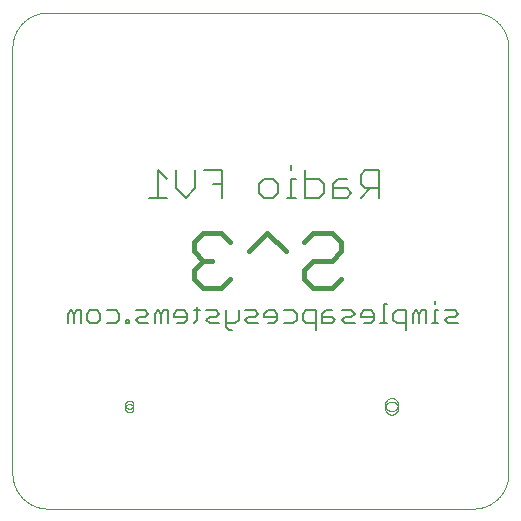
<source format=gbo>
G75*
%MOIN*%
%OFA0B0*%
%FSLAX25Y25*%
%IPPOS*%
%LPD*%
%AMOC8*
5,1,8,0,0,1.08239X$1,22.5*
%
%ADD10C,0.00000*%
%ADD11C,0.00600*%
%ADD12C,0.00800*%
%ADD13C,0.01600*%
D10*
X0013311Y0018636D02*
X0155043Y0018636D01*
X0155328Y0018639D01*
X0155614Y0018650D01*
X0155899Y0018667D01*
X0156183Y0018691D01*
X0156467Y0018722D01*
X0156750Y0018760D01*
X0157031Y0018805D01*
X0157312Y0018856D01*
X0157592Y0018914D01*
X0157870Y0018979D01*
X0158146Y0019051D01*
X0158420Y0019129D01*
X0158693Y0019214D01*
X0158963Y0019306D01*
X0159231Y0019404D01*
X0159497Y0019508D01*
X0159760Y0019619D01*
X0160020Y0019736D01*
X0160278Y0019859D01*
X0160532Y0019989D01*
X0160783Y0020125D01*
X0161031Y0020266D01*
X0161275Y0020414D01*
X0161516Y0020567D01*
X0161752Y0020727D01*
X0161985Y0020892D01*
X0162214Y0021062D01*
X0162439Y0021238D01*
X0162659Y0021420D01*
X0162875Y0021606D01*
X0163086Y0021798D01*
X0163293Y0021995D01*
X0163495Y0022197D01*
X0163692Y0022404D01*
X0163884Y0022615D01*
X0164070Y0022831D01*
X0164252Y0023051D01*
X0164428Y0023276D01*
X0164598Y0023505D01*
X0164763Y0023738D01*
X0164923Y0023974D01*
X0165076Y0024215D01*
X0165224Y0024459D01*
X0165365Y0024707D01*
X0165501Y0024958D01*
X0165631Y0025212D01*
X0165754Y0025470D01*
X0165871Y0025730D01*
X0165982Y0025993D01*
X0166086Y0026259D01*
X0166184Y0026527D01*
X0166276Y0026797D01*
X0166361Y0027070D01*
X0166439Y0027344D01*
X0166511Y0027620D01*
X0166576Y0027898D01*
X0166634Y0028178D01*
X0166685Y0028459D01*
X0166730Y0028740D01*
X0166768Y0029023D01*
X0166799Y0029307D01*
X0166823Y0029591D01*
X0166840Y0029876D01*
X0166851Y0030162D01*
X0166854Y0030447D01*
X0166854Y0172179D01*
X0166851Y0172464D01*
X0166840Y0172750D01*
X0166823Y0173035D01*
X0166799Y0173319D01*
X0166768Y0173603D01*
X0166730Y0173886D01*
X0166685Y0174167D01*
X0166634Y0174448D01*
X0166576Y0174728D01*
X0166511Y0175006D01*
X0166439Y0175282D01*
X0166361Y0175556D01*
X0166276Y0175829D01*
X0166184Y0176099D01*
X0166086Y0176367D01*
X0165982Y0176633D01*
X0165871Y0176896D01*
X0165754Y0177156D01*
X0165631Y0177414D01*
X0165501Y0177668D01*
X0165365Y0177919D01*
X0165224Y0178167D01*
X0165076Y0178411D01*
X0164923Y0178652D01*
X0164763Y0178888D01*
X0164598Y0179121D01*
X0164428Y0179350D01*
X0164252Y0179575D01*
X0164070Y0179795D01*
X0163884Y0180011D01*
X0163692Y0180222D01*
X0163495Y0180429D01*
X0163293Y0180631D01*
X0163086Y0180828D01*
X0162875Y0181020D01*
X0162659Y0181206D01*
X0162439Y0181388D01*
X0162214Y0181564D01*
X0161985Y0181734D01*
X0161752Y0181899D01*
X0161516Y0182059D01*
X0161275Y0182212D01*
X0161031Y0182360D01*
X0160783Y0182501D01*
X0160532Y0182637D01*
X0160278Y0182767D01*
X0160020Y0182890D01*
X0159760Y0183007D01*
X0159497Y0183118D01*
X0159231Y0183222D01*
X0158963Y0183320D01*
X0158693Y0183412D01*
X0158420Y0183497D01*
X0158146Y0183575D01*
X0157870Y0183647D01*
X0157592Y0183712D01*
X0157312Y0183770D01*
X0157031Y0183821D01*
X0156750Y0183866D01*
X0156467Y0183904D01*
X0156183Y0183935D01*
X0155899Y0183959D01*
X0155614Y0183976D01*
X0155328Y0183987D01*
X0155043Y0183990D01*
X0013311Y0183990D01*
X0013026Y0183987D01*
X0012740Y0183976D01*
X0012455Y0183959D01*
X0012171Y0183935D01*
X0011887Y0183904D01*
X0011604Y0183866D01*
X0011323Y0183821D01*
X0011042Y0183770D01*
X0010762Y0183712D01*
X0010484Y0183647D01*
X0010208Y0183575D01*
X0009934Y0183497D01*
X0009661Y0183412D01*
X0009391Y0183320D01*
X0009123Y0183222D01*
X0008857Y0183118D01*
X0008594Y0183007D01*
X0008334Y0182890D01*
X0008076Y0182767D01*
X0007822Y0182637D01*
X0007571Y0182501D01*
X0007323Y0182360D01*
X0007079Y0182212D01*
X0006838Y0182059D01*
X0006602Y0181899D01*
X0006369Y0181734D01*
X0006140Y0181564D01*
X0005915Y0181388D01*
X0005695Y0181206D01*
X0005479Y0181020D01*
X0005268Y0180828D01*
X0005061Y0180631D01*
X0004859Y0180429D01*
X0004662Y0180222D01*
X0004470Y0180011D01*
X0004284Y0179795D01*
X0004102Y0179575D01*
X0003926Y0179350D01*
X0003756Y0179121D01*
X0003591Y0178888D01*
X0003431Y0178652D01*
X0003278Y0178411D01*
X0003130Y0178167D01*
X0002989Y0177919D01*
X0002853Y0177668D01*
X0002723Y0177414D01*
X0002600Y0177156D01*
X0002483Y0176896D01*
X0002372Y0176633D01*
X0002268Y0176367D01*
X0002170Y0176099D01*
X0002078Y0175829D01*
X0001993Y0175556D01*
X0001915Y0175282D01*
X0001843Y0175006D01*
X0001778Y0174728D01*
X0001720Y0174448D01*
X0001669Y0174167D01*
X0001624Y0173886D01*
X0001586Y0173603D01*
X0001555Y0173319D01*
X0001531Y0173035D01*
X0001514Y0172750D01*
X0001503Y0172464D01*
X0001500Y0172179D01*
X0001500Y0030447D01*
X0001503Y0030162D01*
X0001514Y0029876D01*
X0001531Y0029591D01*
X0001555Y0029307D01*
X0001586Y0029023D01*
X0001624Y0028740D01*
X0001669Y0028459D01*
X0001720Y0028178D01*
X0001778Y0027898D01*
X0001843Y0027620D01*
X0001915Y0027344D01*
X0001993Y0027070D01*
X0002078Y0026797D01*
X0002170Y0026527D01*
X0002268Y0026259D01*
X0002372Y0025993D01*
X0002483Y0025730D01*
X0002600Y0025470D01*
X0002723Y0025212D01*
X0002853Y0024958D01*
X0002989Y0024707D01*
X0003130Y0024459D01*
X0003278Y0024215D01*
X0003431Y0023974D01*
X0003591Y0023738D01*
X0003756Y0023505D01*
X0003926Y0023276D01*
X0004102Y0023051D01*
X0004284Y0022831D01*
X0004470Y0022615D01*
X0004662Y0022404D01*
X0004859Y0022197D01*
X0005061Y0021995D01*
X0005268Y0021798D01*
X0005479Y0021606D01*
X0005695Y0021420D01*
X0005915Y0021238D01*
X0006140Y0021062D01*
X0006369Y0020892D01*
X0006602Y0020727D01*
X0006838Y0020567D01*
X0007079Y0020414D01*
X0007323Y0020266D01*
X0007571Y0020125D01*
X0007822Y0019989D01*
X0008076Y0019859D01*
X0008334Y0019736D01*
X0008594Y0019619D01*
X0008857Y0019508D01*
X0009123Y0019404D01*
X0009391Y0019306D01*
X0009661Y0019214D01*
X0009934Y0019129D01*
X0010208Y0019051D01*
X0010484Y0018979D01*
X0010762Y0018914D01*
X0011042Y0018856D01*
X0011323Y0018805D01*
X0011604Y0018760D01*
X0011887Y0018722D01*
X0012171Y0018691D01*
X0012455Y0018667D01*
X0012740Y0018650D01*
X0013026Y0018639D01*
X0013311Y0018636D01*
X0039098Y0052100D02*
X0039100Y0052174D01*
X0039106Y0052248D01*
X0039116Y0052321D01*
X0039130Y0052394D01*
X0039147Y0052466D01*
X0039169Y0052536D01*
X0039194Y0052606D01*
X0039223Y0052674D01*
X0039256Y0052740D01*
X0039292Y0052805D01*
X0039332Y0052867D01*
X0039374Y0052928D01*
X0039420Y0052986D01*
X0039469Y0053041D01*
X0039521Y0053094D01*
X0039576Y0053144D01*
X0039633Y0053190D01*
X0039693Y0053234D01*
X0039755Y0053274D01*
X0039819Y0053311D01*
X0039885Y0053345D01*
X0039953Y0053375D01*
X0040022Y0053401D01*
X0040093Y0053424D01*
X0040164Y0053442D01*
X0040237Y0053457D01*
X0040310Y0053468D01*
X0040384Y0053475D01*
X0040458Y0053478D01*
X0040531Y0053477D01*
X0040605Y0053472D01*
X0040679Y0053463D01*
X0040752Y0053450D01*
X0040824Y0053433D01*
X0040895Y0053413D01*
X0040965Y0053388D01*
X0041033Y0053360D01*
X0041100Y0053329D01*
X0041165Y0053293D01*
X0041228Y0053255D01*
X0041289Y0053213D01*
X0041348Y0053167D01*
X0041404Y0053119D01*
X0041457Y0053068D01*
X0041507Y0053014D01*
X0041555Y0052957D01*
X0041599Y0052898D01*
X0041641Y0052836D01*
X0041679Y0052773D01*
X0041713Y0052707D01*
X0041744Y0052640D01*
X0041771Y0052571D01*
X0041794Y0052501D01*
X0041814Y0052430D01*
X0041830Y0052357D01*
X0041842Y0052284D01*
X0041850Y0052211D01*
X0041854Y0052137D01*
X0041854Y0052063D01*
X0041850Y0051989D01*
X0041842Y0051916D01*
X0041830Y0051843D01*
X0041814Y0051770D01*
X0041794Y0051699D01*
X0041771Y0051629D01*
X0041744Y0051560D01*
X0041713Y0051493D01*
X0041679Y0051427D01*
X0041641Y0051364D01*
X0041599Y0051302D01*
X0041555Y0051243D01*
X0041507Y0051186D01*
X0041457Y0051132D01*
X0041404Y0051081D01*
X0041348Y0051033D01*
X0041289Y0050987D01*
X0041228Y0050945D01*
X0041165Y0050907D01*
X0041100Y0050871D01*
X0041033Y0050840D01*
X0040965Y0050812D01*
X0040895Y0050787D01*
X0040824Y0050767D01*
X0040752Y0050750D01*
X0040679Y0050737D01*
X0040605Y0050728D01*
X0040531Y0050723D01*
X0040458Y0050722D01*
X0040384Y0050725D01*
X0040310Y0050732D01*
X0040237Y0050743D01*
X0040164Y0050758D01*
X0040093Y0050776D01*
X0040022Y0050799D01*
X0039953Y0050825D01*
X0039885Y0050855D01*
X0039819Y0050889D01*
X0039755Y0050926D01*
X0039693Y0050966D01*
X0039633Y0051010D01*
X0039576Y0051056D01*
X0039521Y0051106D01*
X0039469Y0051159D01*
X0039420Y0051214D01*
X0039374Y0051272D01*
X0039332Y0051333D01*
X0039292Y0051395D01*
X0039256Y0051460D01*
X0039223Y0051526D01*
X0039194Y0051594D01*
X0039169Y0051664D01*
X0039147Y0051734D01*
X0039130Y0051806D01*
X0039116Y0051879D01*
X0039106Y0051952D01*
X0039100Y0052026D01*
X0039098Y0052100D01*
X0039098Y0053281D02*
X0039100Y0053355D01*
X0039106Y0053429D01*
X0039116Y0053502D01*
X0039130Y0053575D01*
X0039147Y0053647D01*
X0039169Y0053717D01*
X0039194Y0053787D01*
X0039223Y0053855D01*
X0039256Y0053921D01*
X0039292Y0053986D01*
X0039332Y0054048D01*
X0039374Y0054109D01*
X0039420Y0054167D01*
X0039469Y0054222D01*
X0039521Y0054275D01*
X0039576Y0054325D01*
X0039633Y0054371D01*
X0039693Y0054415D01*
X0039755Y0054455D01*
X0039819Y0054492D01*
X0039885Y0054526D01*
X0039953Y0054556D01*
X0040022Y0054582D01*
X0040093Y0054605D01*
X0040164Y0054623D01*
X0040237Y0054638D01*
X0040310Y0054649D01*
X0040384Y0054656D01*
X0040458Y0054659D01*
X0040531Y0054658D01*
X0040605Y0054653D01*
X0040679Y0054644D01*
X0040752Y0054631D01*
X0040824Y0054614D01*
X0040895Y0054594D01*
X0040965Y0054569D01*
X0041033Y0054541D01*
X0041100Y0054510D01*
X0041165Y0054474D01*
X0041228Y0054436D01*
X0041289Y0054394D01*
X0041348Y0054348D01*
X0041404Y0054300D01*
X0041457Y0054249D01*
X0041507Y0054195D01*
X0041555Y0054138D01*
X0041599Y0054079D01*
X0041641Y0054017D01*
X0041679Y0053954D01*
X0041713Y0053888D01*
X0041744Y0053821D01*
X0041771Y0053752D01*
X0041794Y0053682D01*
X0041814Y0053611D01*
X0041830Y0053538D01*
X0041842Y0053465D01*
X0041850Y0053392D01*
X0041854Y0053318D01*
X0041854Y0053244D01*
X0041850Y0053170D01*
X0041842Y0053097D01*
X0041830Y0053024D01*
X0041814Y0052951D01*
X0041794Y0052880D01*
X0041771Y0052810D01*
X0041744Y0052741D01*
X0041713Y0052674D01*
X0041679Y0052608D01*
X0041641Y0052545D01*
X0041599Y0052483D01*
X0041555Y0052424D01*
X0041507Y0052367D01*
X0041457Y0052313D01*
X0041404Y0052262D01*
X0041348Y0052214D01*
X0041289Y0052168D01*
X0041228Y0052126D01*
X0041165Y0052088D01*
X0041100Y0052052D01*
X0041033Y0052021D01*
X0040965Y0051993D01*
X0040895Y0051968D01*
X0040824Y0051948D01*
X0040752Y0051931D01*
X0040679Y0051918D01*
X0040605Y0051909D01*
X0040531Y0051904D01*
X0040458Y0051903D01*
X0040384Y0051906D01*
X0040310Y0051913D01*
X0040237Y0051924D01*
X0040164Y0051939D01*
X0040093Y0051957D01*
X0040022Y0051980D01*
X0039953Y0052006D01*
X0039885Y0052036D01*
X0039819Y0052070D01*
X0039755Y0052107D01*
X0039693Y0052147D01*
X0039633Y0052191D01*
X0039576Y0052237D01*
X0039521Y0052287D01*
X0039469Y0052340D01*
X0039420Y0052395D01*
X0039374Y0052453D01*
X0039332Y0052514D01*
X0039292Y0052576D01*
X0039256Y0052641D01*
X0039223Y0052707D01*
X0039194Y0052775D01*
X0039169Y0052845D01*
X0039147Y0052915D01*
X0039130Y0052987D01*
X0039116Y0053060D01*
X0039106Y0053133D01*
X0039100Y0053207D01*
X0039098Y0053281D01*
X0125713Y0053281D02*
X0125715Y0053374D01*
X0125721Y0053466D01*
X0125731Y0053558D01*
X0125745Y0053649D01*
X0125762Y0053740D01*
X0125784Y0053830D01*
X0125809Y0053919D01*
X0125838Y0054007D01*
X0125871Y0054093D01*
X0125908Y0054178D01*
X0125948Y0054262D01*
X0125992Y0054343D01*
X0126039Y0054423D01*
X0126089Y0054501D01*
X0126143Y0054576D01*
X0126200Y0054649D01*
X0126260Y0054719D01*
X0126323Y0054787D01*
X0126389Y0054852D01*
X0126457Y0054914D01*
X0126528Y0054974D01*
X0126602Y0055030D01*
X0126678Y0055083D01*
X0126756Y0055132D01*
X0126836Y0055179D01*
X0126918Y0055221D01*
X0127002Y0055261D01*
X0127087Y0055296D01*
X0127174Y0055328D01*
X0127262Y0055357D01*
X0127351Y0055381D01*
X0127441Y0055402D01*
X0127532Y0055418D01*
X0127624Y0055431D01*
X0127716Y0055440D01*
X0127809Y0055445D01*
X0127901Y0055446D01*
X0127994Y0055443D01*
X0128086Y0055436D01*
X0128178Y0055425D01*
X0128269Y0055410D01*
X0128360Y0055392D01*
X0128450Y0055369D01*
X0128538Y0055343D01*
X0128626Y0055313D01*
X0128712Y0055279D01*
X0128796Y0055242D01*
X0128879Y0055200D01*
X0128960Y0055156D01*
X0129040Y0055108D01*
X0129117Y0055057D01*
X0129191Y0055002D01*
X0129264Y0054944D01*
X0129334Y0054884D01*
X0129401Y0054820D01*
X0129465Y0054754D01*
X0129527Y0054684D01*
X0129585Y0054613D01*
X0129640Y0054539D01*
X0129692Y0054462D01*
X0129741Y0054383D01*
X0129787Y0054303D01*
X0129829Y0054220D01*
X0129867Y0054136D01*
X0129902Y0054050D01*
X0129933Y0053963D01*
X0129960Y0053875D01*
X0129983Y0053785D01*
X0130003Y0053695D01*
X0130019Y0053604D01*
X0130031Y0053512D01*
X0130039Y0053420D01*
X0130043Y0053327D01*
X0130043Y0053235D01*
X0130039Y0053142D01*
X0130031Y0053050D01*
X0130019Y0052958D01*
X0130003Y0052867D01*
X0129983Y0052777D01*
X0129960Y0052687D01*
X0129933Y0052599D01*
X0129902Y0052512D01*
X0129867Y0052426D01*
X0129829Y0052342D01*
X0129787Y0052259D01*
X0129741Y0052179D01*
X0129692Y0052100D01*
X0129640Y0052023D01*
X0129585Y0051949D01*
X0129527Y0051878D01*
X0129465Y0051808D01*
X0129401Y0051742D01*
X0129334Y0051678D01*
X0129264Y0051618D01*
X0129191Y0051560D01*
X0129117Y0051505D01*
X0129040Y0051454D01*
X0128961Y0051406D01*
X0128879Y0051362D01*
X0128796Y0051320D01*
X0128712Y0051283D01*
X0128626Y0051249D01*
X0128538Y0051219D01*
X0128450Y0051193D01*
X0128360Y0051170D01*
X0128269Y0051152D01*
X0128178Y0051137D01*
X0128086Y0051126D01*
X0127994Y0051119D01*
X0127901Y0051116D01*
X0127809Y0051117D01*
X0127716Y0051122D01*
X0127624Y0051131D01*
X0127532Y0051144D01*
X0127441Y0051160D01*
X0127351Y0051181D01*
X0127262Y0051205D01*
X0127174Y0051234D01*
X0127087Y0051266D01*
X0127002Y0051301D01*
X0126918Y0051341D01*
X0126836Y0051383D01*
X0126756Y0051430D01*
X0126678Y0051479D01*
X0126602Y0051532D01*
X0126528Y0051588D01*
X0126457Y0051648D01*
X0126389Y0051710D01*
X0126323Y0051775D01*
X0126260Y0051843D01*
X0126200Y0051913D01*
X0126143Y0051986D01*
X0126089Y0052061D01*
X0126039Y0052139D01*
X0125992Y0052219D01*
X0125948Y0052300D01*
X0125908Y0052384D01*
X0125871Y0052469D01*
X0125838Y0052555D01*
X0125809Y0052643D01*
X0125784Y0052732D01*
X0125762Y0052822D01*
X0125745Y0052913D01*
X0125731Y0053004D01*
X0125721Y0053096D01*
X0125715Y0053188D01*
X0125713Y0053281D01*
X0125713Y0052100D02*
X0125715Y0052193D01*
X0125721Y0052285D01*
X0125731Y0052377D01*
X0125745Y0052468D01*
X0125762Y0052559D01*
X0125784Y0052649D01*
X0125809Y0052738D01*
X0125838Y0052826D01*
X0125871Y0052912D01*
X0125908Y0052997D01*
X0125948Y0053081D01*
X0125992Y0053162D01*
X0126039Y0053242D01*
X0126089Y0053320D01*
X0126143Y0053395D01*
X0126200Y0053468D01*
X0126260Y0053538D01*
X0126323Y0053606D01*
X0126389Y0053671D01*
X0126457Y0053733D01*
X0126528Y0053793D01*
X0126602Y0053849D01*
X0126678Y0053902D01*
X0126756Y0053951D01*
X0126836Y0053998D01*
X0126918Y0054040D01*
X0127002Y0054080D01*
X0127087Y0054115D01*
X0127174Y0054147D01*
X0127262Y0054176D01*
X0127351Y0054200D01*
X0127441Y0054221D01*
X0127532Y0054237D01*
X0127624Y0054250D01*
X0127716Y0054259D01*
X0127809Y0054264D01*
X0127901Y0054265D01*
X0127994Y0054262D01*
X0128086Y0054255D01*
X0128178Y0054244D01*
X0128269Y0054229D01*
X0128360Y0054211D01*
X0128450Y0054188D01*
X0128538Y0054162D01*
X0128626Y0054132D01*
X0128712Y0054098D01*
X0128796Y0054061D01*
X0128879Y0054019D01*
X0128960Y0053975D01*
X0129040Y0053927D01*
X0129117Y0053876D01*
X0129191Y0053821D01*
X0129264Y0053763D01*
X0129334Y0053703D01*
X0129401Y0053639D01*
X0129465Y0053573D01*
X0129527Y0053503D01*
X0129585Y0053432D01*
X0129640Y0053358D01*
X0129692Y0053281D01*
X0129741Y0053202D01*
X0129787Y0053122D01*
X0129829Y0053039D01*
X0129867Y0052955D01*
X0129902Y0052869D01*
X0129933Y0052782D01*
X0129960Y0052694D01*
X0129983Y0052604D01*
X0130003Y0052514D01*
X0130019Y0052423D01*
X0130031Y0052331D01*
X0130039Y0052239D01*
X0130043Y0052146D01*
X0130043Y0052054D01*
X0130039Y0051961D01*
X0130031Y0051869D01*
X0130019Y0051777D01*
X0130003Y0051686D01*
X0129983Y0051596D01*
X0129960Y0051506D01*
X0129933Y0051418D01*
X0129902Y0051331D01*
X0129867Y0051245D01*
X0129829Y0051161D01*
X0129787Y0051078D01*
X0129741Y0050998D01*
X0129692Y0050919D01*
X0129640Y0050842D01*
X0129585Y0050768D01*
X0129527Y0050697D01*
X0129465Y0050627D01*
X0129401Y0050561D01*
X0129334Y0050497D01*
X0129264Y0050437D01*
X0129191Y0050379D01*
X0129117Y0050324D01*
X0129040Y0050273D01*
X0128961Y0050225D01*
X0128879Y0050181D01*
X0128796Y0050139D01*
X0128712Y0050102D01*
X0128626Y0050068D01*
X0128538Y0050038D01*
X0128450Y0050012D01*
X0128360Y0049989D01*
X0128269Y0049971D01*
X0128178Y0049956D01*
X0128086Y0049945D01*
X0127994Y0049938D01*
X0127901Y0049935D01*
X0127809Y0049936D01*
X0127716Y0049941D01*
X0127624Y0049950D01*
X0127532Y0049963D01*
X0127441Y0049979D01*
X0127351Y0050000D01*
X0127262Y0050024D01*
X0127174Y0050053D01*
X0127087Y0050085D01*
X0127002Y0050120D01*
X0126918Y0050160D01*
X0126836Y0050202D01*
X0126756Y0050249D01*
X0126678Y0050298D01*
X0126602Y0050351D01*
X0126528Y0050407D01*
X0126457Y0050467D01*
X0126389Y0050529D01*
X0126323Y0050594D01*
X0126260Y0050662D01*
X0126200Y0050732D01*
X0126143Y0050805D01*
X0126089Y0050880D01*
X0126039Y0050958D01*
X0125992Y0051038D01*
X0125948Y0051119D01*
X0125908Y0051203D01*
X0125871Y0051288D01*
X0125838Y0051374D01*
X0125809Y0051462D01*
X0125784Y0051551D01*
X0125762Y0051641D01*
X0125745Y0051732D01*
X0125731Y0051823D01*
X0125721Y0051915D01*
X0125715Y0052007D01*
X0125713Y0052100D01*
D11*
X0132756Y0078261D02*
X0132756Y0084667D01*
X0129553Y0084667D01*
X0128485Y0083599D01*
X0128485Y0081464D01*
X0129553Y0080396D01*
X0132756Y0080396D01*
X0134931Y0080396D02*
X0134931Y0083599D01*
X0135998Y0084667D01*
X0137066Y0083599D01*
X0137066Y0080396D01*
X0139201Y0080396D02*
X0139201Y0084667D01*
X0138134Y0084667D01*
X0137066Y0083599D01*
X0141363Y0080396D02*
X0143498Y0080396D01*
X0142431Y0080396D02*
X0142431Y0084667D01*
X0143498Y0084667D01*
X0145673Y0084667D02*
X0148876Y0084667D01*
X0149944Y0083599D01*
X0148876Y0082532D01*
X0146741Y0082532D01*
X0145673Y0081464D01*
X0146741Y0080396D01*
X0149944Y0080396D01*
X0142431Y0086802D02*
X0142431Y0087870D01*
X0126310Y0086802D02*
X0125243Y0086802D01*
X0125243Y0080396D01*
X0126310Y0080396D02*
X0124175Y0080396D01*
X0122013Y0081464D02*
X0122013Y0083599D01*
X0120946Y0084667D01*
X0118810Y0084667D01*
X0117743Y0083599D01*
X0117743Y0082532D01*
X0122013Y0082532D01*
X0122013Y0081464D02*
X0120946Y0080396D01*
X0118810Y0080396D01*
X0115568Y0080396D02*
X0112365Y0080396D01*
X0111297Y0081464D01*
X0112365Y0082532D01*
X0114500Y0082532D01*
X0115568Y0083599D01*
X0114500Y0084667D01*
X0111297Y0084667D01*
X0108055Y0084667D02*
X0105919Y0084667D01*
X0104852Y0083599D01*
X0104852Y0080396D01*
X0108055Y0080396D01*
X0109122Y0081464D01*
X0108055Y0082532D01*
X0104852Y0082532D01*
X0102677Y0084667D02*
X0102677Y0078261D01*
X0102677Y0080396D02*
X0099474Y0080396D01*
X0098406Y0081464D01*
X0098406Y0083599D01*
X0099474Y0084667D01*
X0102677Y0084667D01*
X0096231Y0083599D02*
X0096231Y0081464D01*
X0095164Y0080396D01*
X0091961Y0080396D01*
X0089786Y0081464D02*
X0089786Y0083599D01*
X0088718Y0084667D01*
X0086583Y0084667D01*
X0085515Y0083599D01*
X0085515Y0082532D01*
X0089786Y0082532D01*
X0089786Y0081464D02*
X0088718Y0080396D01*
X0086583Y0080396D01*
X0083340Y0080396D02*
X0080137Y0080396D01*
X0079070Y0081464D01*
X0080137Y0082532D01*
X0082273Y0082532D01*
X0083340Y0083599D01*
X0082273Y0084667D01*
X0079070Y0084667D01*
X0076895Y0084667D02*
X0076895Y0081464D01*
X0075827Y0080396D01*
X0072624Y0080396D01*
X0072624Y0079329D02*
X0073692Y0078261D01*
X0074760Y0078261D01*
X0072624Y0079329D02*
X0072624Y0084667D01*
X0070449Y0083599D02*
X0069382Y0082532D01*
X0067246Y0082532D01*
X0066179Y0081464D01*
X0067246Y0080396D01*
X0070449Y0080396D01*
X0070449Y0083599D02*
X0069382Y0084667D01*
X0066179Y0084667D01*
X0064004Y0084667D02*
X0061869Y0084667D01*
X0062936Y0085734D02*
X0062936Y0081464D01*
X0061869Y0080396D01*
X0059707Y0081464D02*
X0059707Y0083599D01*
X0058639Y0084667D01*
X0056504Y0084667D01*
X0055436Y0083599D01*
X0055436Y0082532D01*
X0059707Y0082532D01*
X0059707Y0081464D02*
X0058639Y0080396D01*
X0056504Y0080396D01*
X0053261Y0080396D02*
X0053261Y0084667D01*
X0052194Y0084667D01*
X0051126Y0083599D01*
X0050058Y0084667D01*
X0048991Y0083599D01*
X0048991Y0080396D01*
X0051126Y0080396D02*
X0051126Y0083599D01*
X0046816Y0083599D02*
X0045748Y0082532D01*
X0043613Y0082532D01*
X0042545Y0081464D01*
X0043613Y0080396D01*
X0046816Y0080396D01*
X0046816Y0083599D02*
X0045748Y0084667D01*
X0042545Y0084667D01*
X0040370Y0081464D02*
X0039303Y0081464D01*
X0039303Y0080396D01*
X0040370Y0080396D01*
X0040370Y0081464D01*
X0037147Y0081464D02*
X0036080Y0080396D01*
X0032877Y0080396D01*
X0030702Y0081464D02*
X0029634Y0080396D01*
X0027499Y0080396D01*
X0026432Y0081464D01*
X0026432Y0083599D01*
X0027499Y0084667D01*
X0029634Y0084667D01*
X0030702Y0083599D01*
X0030702Y0081464D01*
X0032877Y0084667D02*
X0036080Y0084667D01*
X0037147Y0083599D01*
X0037147Y0081464D01*
X0024256Y0080396D02*
X0024256Y0084667D01*
X0023189Y0084667D01*
X0022121Y0083599D01*
X0021054Y0084667D01*
X0019986Y0083599D01*
X0019986Y0080396D01*
X0022121Y0080396D02*
X0022121Y0083599D01*
X0091961Y0084667D02*
X0095164Y0084667D01*
X0096231Y0083599D01*
D12*
X0096054Y0122304D02*
X0092985Y0122304D01*
X0094520Y0122304D02*
X0094520Y0128442D01*
X0096054Y0128442D01*
X0094520Y0131511D02*
X0094520Y0133046D01*
X0099124Y0131511D02*
X0099124Y0122304D01*
X0103728Y0122304D01*
X0105262Y0123838D01*
X0105262Y0126907D01*
X0103728Y0128442D01*
X0099124Y0128442D01*
X0089916Y0126907D02*
X0089916Y0123838D01*
X0088381Y0122304D01*
X0085312Y0122304D01*
X0083777Y0123838D01*
X0083777Y0126907D01*
X0085312Y0128442D01*
X0088381Y0128442D01*
X0089916Y0126907D01*
X0108331Y0126907D02*
X0108331Y0122304D01*
X0112935Y0122304D01*
X0114470Y0123838D01*
X0112935Y0125373D01*
X0108331Y0125373D01*
X0108331Y0126907D02*
X0109866Y0128442D01*
X0112935Y0128442D01*
X0117539Y0126907D02*
X0119074Y0125373D01*
X0123678Y0125373D01*
X0120609Y0125373D02*
X0117539Y0122304D01*
X0117539Y0126907D02*
X0117539Y0129977D01*
X0119074Y0131511D01*
X0123678Y0131511D01*
X0123678Y0122304D01*
X0071500Y0122304D02*
X0071500Y0131511D01*
X0065361Y0131511D01*
X0062292Y0131511D02*
X0062292Y0125373D01*
X0059223Y0122304D01*
X0056154Y0125373D01*
X0056154Y0131511D01*
X0053084Y0128442D02*
X0050015Y0131511D01*
X0050015Y0122304D01*
X0053084Y0122304D02*
X0046946Y0122304D01*
X0068431Y0126907D02*
X0071500Y0126907D01*
D13*
X0071100Y0110529D02*
X0064961Y0110529D01*
X0061892Y0107459D01*
X0061892Y0104390D01*
X0064961Y0101321D01*
X0061892Y0098252D01*
X0061892Y0095182D01*
X0064961Y0092113D01*
X0071100Y0092113D01*
X0074169Y0095182D01*
X0068031Y0101321D02*
X0064961Y0101321D01*
X0074169Y0107459D02*
X0071100Y0110529D01*
X0080308Y0104390D02*
X0086446Y0110529D01*
X0092585Y0104390D01*
X0098724Y0107459D02*
X0101793Y0110529D01*
X0107931Y0110529D01*
X0111001Y0107459D01*
X0111001Y0104390D01*
X0107931Y0101321D01*
X0101793Y0101321D01*
X0098724Y0098252D01*
X0098724Y0095182D01*
X0101793Y0092113D01*
X0107931Y0092113D01*
X0111001Y0095182D01*
M02*

</source>
